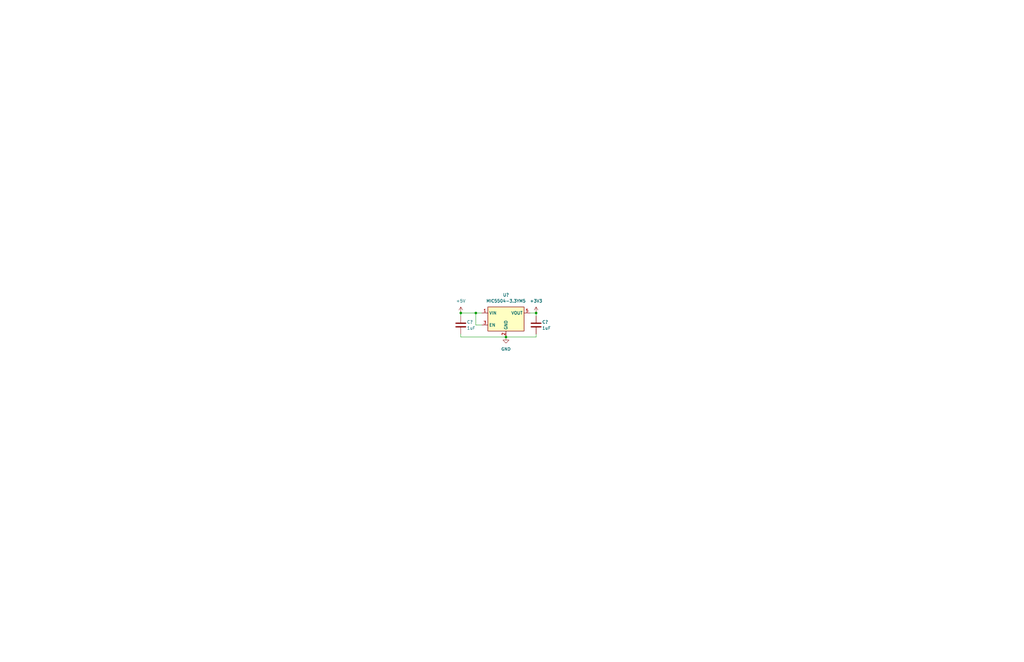
<source format=kicad_sch>
(kicad_sch (version 20250114) (generator "eeschema") (generator_version "9.0")
  (paper "B")
  (title_block (title "Linear Regulator 3.3V 300mA") (date "2025-08-23") (rev "1.0") (company "Formula Slug"))
  (lib_symbols
    (symbol "Device:C" (pin_numbers (hide yes)) (pin_names (offset 0.254))
      (property "Reference" "C" (at 0.635 2.54 0))
      (property "Value" "C" (at 0.635 -2.54 0))
      (symbol "C_0_1"
        (polyline (pts (xy -2.032 0.762) (xy 2.032 0.762)) (stroke (width 0.508)))
        (polyline (pts (xy -2.032 -0.762) (xy 2.032 -0.762)) (stroke (width 0.508)))
      )
      (symbol "C_1_1"
        (pin passive line (at 0 3.81 270) (length 2.794) (name "~") (number "1"))
        (pin passive line (at 0 -3.81 90) (length 2.794) (name "~") (number "2"))
      )
    )
    (symbol "Regulator_Linear:MIC5504-3.3YM5"
      (property "Reference" "U" (at -7.62 8.89 0))
      (property "Value" "MIC5504-3.3YM5" (at -7.62 6.35 0))
      (symbol "MIC5504-3.3YM5_0_1"
        (rectangle (start -7.62 -5.08) (end 7.62 5.08) (stroke (width 0.254)) (fill (type background)))
      )
      (symbol "MIC5504-3.3YM5_1_1"
        (pin power_in line (at -10.16 2.54 0) (length 2.54) (name "VIN") (number "1"))
        (pin input line (at -10.16 -2.54 0) (length 2.54) (name "EN") (number "3"))
        (pin power_in line (at 0 -7.62 90) (length 2.54) (name "GND") (number "2"))
        (pin no_connect line (at 7.62 -2.54 180) (length 2.54) (hide yes) (name "NC") (number "4"))
        (pin power_out line (at 10.16 2.54 180) (length 2.54) (name "VOUT") (number "5"))
      )
    )
    (symbol "power:+3V3" (power) (pin_numbers (hide yes)) (pin_names (offset 0) (hide yes))
      (property "Value" "+3V3" (at 0 3.556 0))
      (symbol "+3V3_0_1"
        (polyline (pts (xy -0.762 1.27) (xy 0 2.54)))
        (polyline (pts (xy 0 2.54) (xy 0.762 1.27)))
        (polyline (pts (xy 0 0) (xy 0 2.54)))
      )
      (symbol "+3V3_1_1"
        (pin power_in line (at 0 0 90) (length 0) (name "~") (number "1"))
      )
    )
    (symbol "power:+5V" (power) (pin_numbers (hide yes)) (pin_names (offset 0) (hide yes))
      (property "Value" "+5V" (at 0 3.556 0))
      (symbol "+5V_0_1"
        (polyline (pts (xy -0.762 1.27) (xy 0 2.54)))
        (polyline (pts (xy 0 2.54) (xy 0.762 1.27)))
        (polyline (pts (xy 0 0) (xy 0 2.54)))
      )
      (symbol "+5V_1_1"
        (pin power_in line (at 0 0 90) (length 0) (name "~") (number "1"))
      )
    )
    (symbol "power:GND" (power) (pin_numbers (hide yes)) (pin_names (offset 0) (hide yes))
      (property "Value" "GND" (at 0 -3.81 0))
      (symbol "GND_0_1"
        (polyline (pts (xy 0 0) (xy 0 -1.27) (xy 1.27 -1.27) (xy 0 -2.54) (xy -1.27 -1.27) (xy 0 -1.27)))
      )
      (symbol "GND_1_1"
        (pin power_in line (at 0 0 270) (length 0) (name "~") (number "1"))
      )
    )
  )
  (junction (at 194.31 132.08))
  (junction (at 200.66 132.08))
  (junction (at 213.36 142.24))
  (junction (at 226.06 132.08))
  (wire (pts (xy 194.31 140.97) (xy 194.31 142.24)))
  (wire (pts (xy 194.31 132.08) (xy 194.31 133.35)))
  (wire (pts (xy 226.06 133.35) (xy 226.06 132.08)))
  (wire (pts (xy 226.06 140.97) (xy 226.06 142.24)))
  (wire (pts (xy 194.31 142.24) (xy 213.36 142.24)))
  (wire (pts (xy 203.2 132.08) (xy 200.66 132.08)))
  (wire (pts (xy 200.66 137.16) (xy 200.66 132.08)))
  (wire (pts (xy 226.06 132.08) (xy 223.52 132.08)))
  (wire (pts (xy 203.2 137.16) (xy 200.66 137.16)))
  (wire (pts (xy 226.06 142.24) (xy 213.36 142.24)))
  (wire (pts (xy 194.31 132.08) (xy 200.66 132.08)))
  (symbol (lib_id "Regulator_Linear:MIC5504-3.3YM5") (at 213.36 134.62 0) (unit 1)
    (property "Reference" "U?" (at 213.36 124.46 0))
    (property "Value" "MIC5504-3.3YM5" (at 213.36 127 0))
    (property "Footprint" "Package_TO_SOT_SMD:SOT-23-5" (effects (hide yes)))
    (property "Datasheet" "http://ww1.microchip.com/downloads/en/DeviceDoc/MIC550X.pdf" (effects (hide yes)))
    (property "Description" "300mA Low-dropout Voltage Regulator, Vout 3.3V, Vin up to 5.5V, SOT-23" (effects (hide yes)))
  )
  (symbol (lib_id "Device:C") (at 226.06 137.16 180) (unit 1)
    (property "Reference" "C?" (at 228.6 135.89 0) (effects (justify right)))
    (property "Value" "1uF" (at 228.6 138.43 0) (effects (justify right)))
    (property "Footprint" "Capacitor_SMD:C_0805_2012Metric_Pad1.18x1.45mm_HandSolder" (effects (hide yes)))
    (property "Datasheet" "https://mm.digikey.com/Volume0/opasdata/d220001/medias/docus/609/CL21B105KBFNNNE_Spec.pdf" (effects (hide yes)))
    (property "Description" "Unpolarized capacitor" (effects (hide yes)))
    (property "Manufacturer" "Samsung Electro-Mechanics" (effects (hide yes)))
    (property "PN" "CL21B105KBFNNNE" (effects (hide yes)))
  )
  (symbol (lib_id "Device:C") (at 194.31 137.16 180) (unit 1)
    (property "Reference" "C?" (at 196.85 135.89 0) (effects (justify right)))
    (property "Value" "1uF" (at 196.85 138.43 0) (effects (justify right)))
    (property "Footprint" "Capacitor_SMD:C_0805_2012Metric_Pad1.18x1.45mm_HandSolder" (effects (hide yes)))
    (property "Datasheet" "https://mm.digikey.com/Volume0/opasdata/d220001/medias/docus/609/CL21B105KBFNNNE_Spec.pdf" (effects (hide yes)))
    (property "Description" "Unpolarized capacitor" (effects (hide yes)))
    (property "Manufacturer" "Samsung Electro-Mechanics" (effects (hide yes)))
    (property "PN" "CL21B105KBFNNNE" (effects (hide yes)))
  )
  (symbol (lib_id "power:GND") (at 213.36 142.24 0) (unit 1)
    (property "Reference" "#PWR?" (effects (hide yes)))
    (property "Value" "GND" (at 213.36 147.32 0))
    (property "Description" "Power symbol creates a global label with name \"GND\" , ground" (effects (hide yes)))
  )
  (symbol (lib_id "power:+3V3") (at 226.06 132.08 0) (unit 1)
    (property "Reference" "#PWR?" (effects (hide yes)))
    (property "Value" "+3V3" (at 226.06 127 0))
    (property "Description" "Power symbol creates a global label with name \"+3V3\"" (effects (hide yes)))
  )
  (symbol (lib_id "power:+5V") (at 194.31 132.08 0) (unit 1)
    (property "Reference" "#PWR?" (effects (hide yes)))
    (property "Value" "+5V" (at 194.31 127 0))
    (property "Description" "Power symbol creates a global label with name \"+5V\"" (effects (hide yes)))
  )
)
</source>
